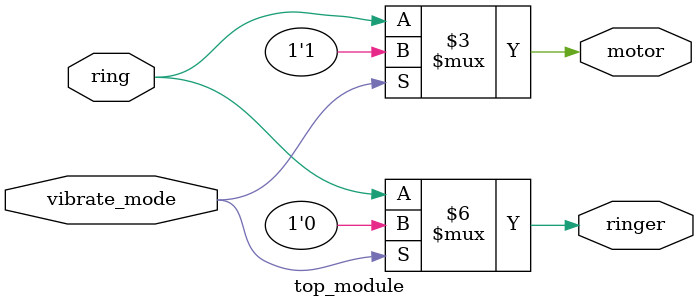
<source format=sv>
module top_module(
    input ring, 
    input vibrate_mode,
    output reg ringer,
    output reg motor
);

always @(*) begin
    if (vibrate_mode) begin
        ringer = 1'b0;
        motor = 1'b1;
    end
    else begin
        ringer = ring;
        motor = ring;
    end
end

endmodule

</source>
